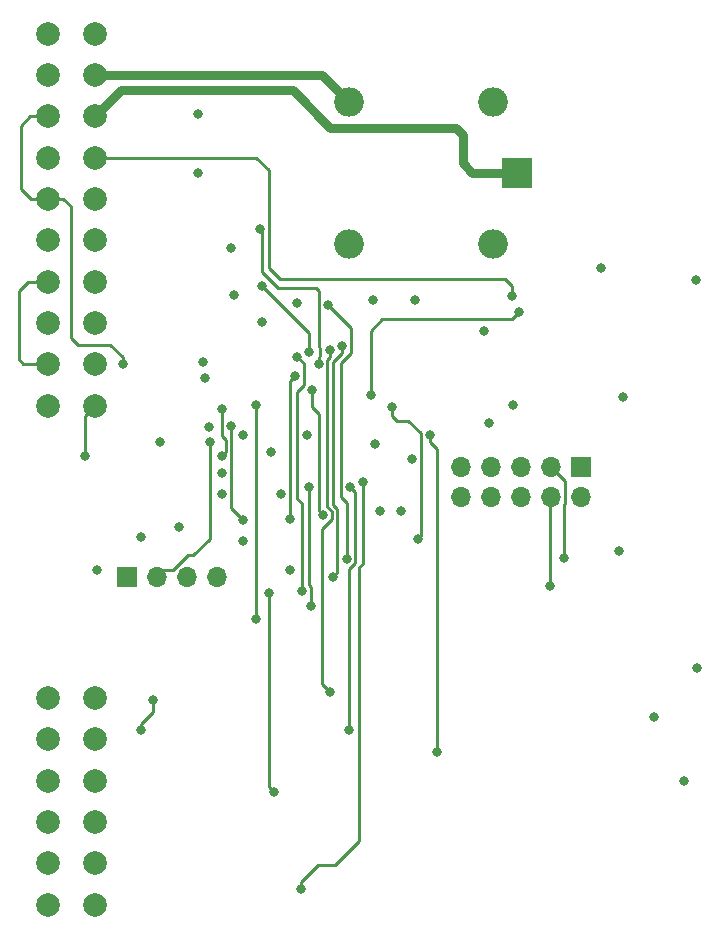
<source format=gbr>
G04 #@! TF.GenerationSoftware,KiCad,Pcbnew,(5.1.5)-3*
G04 #@! TF.CreationDate,2020-05-03T19:08:43+01:00*
G04 #@! TF.ProjectId,Isolator CAN SMT v2,49736f6c-6174-46f7-9220-43414e20534d,rev?*
G04 #@! TF.SameCoordinates,Original*
G04 #@! TF.FileFunction,Copper,L4,Bot*
G04 #@! TF.FilePolarity,Positive*
%FSLAX46Y46*%
G04 Gerber Fmt 4.6, Leading zero omitted, Abs format (unit mm)*
G04 Created by KiCad (PCBNEW (5.1.5)-3) date 2020-05-03 19:08:43*
%MOMM*%
%LPD*%
G04 APERTURE LIST*
%ADD10C,2.000000*%
%ADD11O,2.500000X2.500000*%
%ADD12R,2.500000X2.500000*%
%ADD13O,1.700000X1.700000*%
%ADD14R,1.700000X1.700000*%
%ADD15C,0.800000*%
%ADD16C,0.250000*%
%ADD17C,0.750000*%
G04 APERTURE END LIST*
D10*
X112080000Y-70110000D03*
X112080000Y-59610000D03*
X112080000Y-73610000D03*
X112080000Y-87610000D03*
X112080000Y-63110000D03*
X112080000Y-77110000D03*
X112080000Y-84110000D03*
X112080000Y-91110000D03*
X112080000Y-80610000D03*
X112080000Y-66610000D03*
X108080000Y-63110000D03*
X108080000Y-66610000D03*
X108080000Y-70110000D03*
X108080000Y-73610000D03*
X108080000Y-77110000D03*
X108080000Y-80610000D03*
X108080000Y-84110000D03*
X108080000Y-87610000D03*
X108080000Y-59610000D03*
X108080000Y-91110000D03*
X108080000Y-133380000D03*
X108080000Y-129880000D03*
X108080000Y-126380000D03*
X108080000Y-122880000D03*
X108080000Y-119380000D03*
X108080000Y-115880000D03*
X112080000Y-133380000D03*
X112080000Y-129880000D03*
X112080000Y-126380000D03*
X112080000Y-122880000D03*
X112080000Y-119380000D03*
X112080000Y-115880000D03*
D11*
X145800000Y-77400000D03*
X133600000Y-77400000D03*
X133600000Y-65400000D03*
X145800000Y-65400000D03*
D12*
X147800000Y-71400000D03*
D13*
X122420000Y-105600000D03*
X119880000Y-105600000D03*
X117340000Y-105600000D03*
D14*
X114800000Y-105600000D03*
X153200000Y-96300000D03*
D13*
X153200000Y-98840000D03*
X150660000Y-96300000D03*
X150660000Y-98840000D03*
X148120000Y-96300000D03*
X148120000Y-98840000D03*
X145580000Y-96300000D03*
X145580000Y-98840000D03*
X143040000Y-96300000D03*
X143040000Y-98840000D03*
D15*
X162914500Y-80485500D03*
X154927000Y-79449000D03*
X156800000Y-90400000D03*
X156400000Y-103400000D03*
X163000000Y-113350000D03*
X161912500Y-122912500D03*
X135800000Y-94400000D03*
X145400000Y-92600000D03*
X145000000Y-84800000D03*
X129187500Y-82412500D03*
X123850000Y-81750000D03*
X139200002Y-82200000D03*
X128600000Y-105000000D03*
X112200000Y-105000000D03*
X127800000Y-98600000D03*
X122800000Y-98600000D03*
X136200500Y-100000500D03*
X121400000Y-88800000D03*
X123612500Y-77787500D03*
X120750000Y-66450000D03*
X120750000Y-71450000D03*
X129996000Y-93596000D03*
X121732530Y-92949989D03*
X126200000Y-81000000D03*
X130200008Y-86600000D03*
X138931500Y-95668500D03*
X126200000Y-84000000D03*
X135600002Y-82200000D03*
X124600000Y-102600000D03*
X119200000Y-101400000D03*
X127000000Y-95000000D03*
X122800000Y-96800000D03*
X138000000Y-100000000D03*
X147500000Y-91100000D03*
X121200000Y-87400000D03*
X126800000Y-107000000D03*
X127200000Y-123800000D03*
X131000000Y-87600000D03*
X126000000Y-76200000D03*
X129000000Y-88600000D03*
X128600000Y-100725010D03*
X137200000Y-91200000D03*
X139400000Y-102400000D03*
X125732738Y-91074990D03*
X125732738Y-109200000D03*
X130200000Y-98000000D03*
X130325001Y-108074999D03*
X124600000Y-93600000D03*
X121800000Y-94200002D03*
X131800000Y-82600000D03*
X151800000Y-104000000D03*
X133397990Y-104136441D03*
X129200000Y-87000000D03*
X129600000Y-106800000D03*
X150600000Y-106400000D03*
X130400000Y-89800000D03*
X131400000Y-100400000D03*
X117600000Y-94200000D03*
X133000000Y-86075000D03*
X132200000Y-105600000D03*
X116000000Y-102200000D03*
X132000000Y-86400000D03*
X132000000Y-115400000D03*
X159412500Y-117437500D03*
X140400000Y-93600000D03*
X141000000Y-120400000D03*
X135400000Y-90200000D03*
X148000000Y-83200000D03*
X133675000Y-98000000D03*
X133600000Y-118600000D03*
X134800000Y-97600000D03*
X129510000Y-132000000D03*
X114400000Y-87600000D03*
X123600000Y-92800000D03*
X124600000Y-100800000D03*
X122800000Y-91400000D03*
X122800000Y-95400000D03*
X111200000Y-95400000D03*
X147400000Y-81800000D03*
X116000000Y-118600000D03*
X117000000Y-116000000D03*
D16*
X130200008Y-85000008D02*
X130200008Y-86600000D01*
X126200000Y-81000000D02*
X130200008Y-85000008D01*
X126800000Y-107000000D02*
X126800000Y-123400000D01*
X126800000Y-123400000D02*
X127200000Y-123800000D01*
X131125002Y-86251998D02*
X131125002Y-86909313D01*
X131000000Y-81400000D02*
X131000000Y-86126996D01*
X131125002Y-86909313D02*
X131000000Y-87034315D01*
X126200000Y-76400000D02*
X126200000Y-79800000D01*
X131000000Y-87034315D02*
X131000000Y-87600000D01*
X126000000Y-76200000D02*
X126200000Y-76400000D01*
X126200000Y-79800000D02*
X127549990Y-81149990D01*
X127549990Y-81149990D02*
X130749990Y-81149990D01*
X131000000Y-86126996D02*
X131125002Y-86251998D01*
X130749990Y-81149990D02*
X131000000Y-81400000D01*
X129000000Y-88600000D02*
X128600000Y-89000000D01*
X128600000Y-100159325D02*
X128600000Y-100725010D01*
X128600000Y-89000000D02*
X128600000Y-100159325D01*
X137200000Y-91200000D02*
X137200000Y-92000000D01*
X137200000Y-92000000D02*
X137600000Y-92400000D01*
X137600000Y-92400000D02*
X138600000Y-92400000D01*
X139656501Y-93456501D02*
X139656501Y-102143499D01*
X138600000Y-92400000D02*
X139656501Y-93456501D01*
X139656501Y-102143499D02*
X139400000Y-102400000D01*
X125732738Y-91640675D02*
X125732738Y-91074990D01*
X125732738Y-109200000D02*
X125732738Y-91640675D01*
X130325001Y-106451999D02*
X130325001Y-108074999D01*
X130200000Y-98000000D02*
X130200000Y-106326998D01*
X130200000Y-106326998D02*
X130325001Y-106451999D01*
X121800000Y-102400000D02*
X121800000Y-94200002D01*
X117340000Y-105600000D02*
X117904001Y-105035999D01*
X119940998Y-103800000D02*
X120400000Y-103800000D01*
X117904001Y-105035999D02*
X118704999Y-105035999D01*
X120400000Y-103800000D02*
X121800000Y-102400000D01*
X118704999Y-105035999D02*
X119940998Y-103800000D01*
X151835001Y-97475001D02*
X151509999Y-97149999D01*
X151509999Y-97149999D02*
X150660000Y-96300000D01*
X151835001Y-99404001D02*
X151835001Y-97475001D01*
X151800000Y-99439002D02*
X151835001Y-99404001D01*
X151800000Y-104000000D02*
X151800000Y-99439002D01*
X131800000Y-82600000D02*
X133725001Y-84525001D01*
X133397990Y-103570756D02*
X133397990Y-104136441D01*
X133725001Y-86674999D02*
X132896594Y-87503406D01*
X132896594Y-87503406D02*
X132896594Y-98823590D01*
X133725001Y-84525001D02*
X133725001Y-86674999D01*
X133397990Y-99324986D02*
X133397990Y-103570756D01*
X132896594Y-98823590D02*
X133397990Y-99324986D01*
X150600000Y-98900000D02*
X150660000Y-98840000D01*
X150600000Y-106400000D02*
X150600000Y-98900000D01*
X129725001Y-87525001D02*
X129725001Y-89401997D01*
X129725001Y-89401997D02*
X129200000Y-89926998D01*
X129200000Y-87000000D02*
X129725001Y-87525001D01*
X129600000Y-99400000D02*
X129600000Y-106800000D01*
X129200000Y-89926998D02*
X129200000Y-99000000D01*
X129200000Y-99000000D02*
X129600000Y-99400000D01*
X131000001Y-100000001D02*
X131400000Y-100400000D01*
X131000001Y-91800001D02*
X131000001Y-100000001D01*
X130400000Y-89800000D02*
X130400000Y-91200000D01*
X130400000Y-91200000D02*
X131000001Y-91800001D01*
X133000000Y-86075000D02*
X133000000Y-86640685D01*
X132599999Y-105200001D02*
X132200000Y-105600000D01*
X132200000Y-99490588D02*
X132599999Y-99890587D01*
X132599999Y-99890587D02*
X132599999Y-105200001D01*
X133000000Y-86640685D02*
X132200000Y-87440685D01*
X132200000Y-87440685D02*
X132200000Y-99490588D01*
X132000000Y-115400000D02*
X132000000Y-115400000D01*
X131749989Y-87215696D02*
X132000000Y-86965685D01*
X131274998Y-101598004D02*
X132125001Y-100748001D01*
X132125001Y-100748001D02*
X132125001Y-100051999D01*
X131274998Y-114674998D02*
X131274998Y-101598004D01*
X132000000Y-86965685D02*
X132000000Y-86400000D01*
X132000000Y-115400000D02*
X131274998Y-114674998D01*
X131749989Y-99676987D02*
X131749989Y-87215696D01*
X132125001Y-100051999D02*
X131749989Y-99676987D01*
X140400000Y-94165685D02*
X141000000Y-94765685D01*
X140400000Y-93600000D02*
X140400000Y-94165685D01*
X141000000Y-94765685D02*
X141000000Y-120400000D01*
X141000000Y-120400000D02*
X141000000Y-120400000D01*
X135400000Y-90200000D02*
X135400000Y-86200000D01*
X135400000Y-86200000D02*
X135400000Y-84800000D01*
X135400000Y-84800000D02*
X136400000Y-83800000D01*
X136400000Y-83800000D02*
X147400000Y-83800000D01*
X147400000Y-83800000D02*
X148000000Y-83200000D01*
X134122992Y-104453762D02*
X134122992Y-98447992D01*
X134122992Y-98447992D02*
X133675000Y-98000000D01*
X133600000Y-118600000D02*
X133600000Y-104976754D01*
X133600000Y-104976754D02*
X134122992Y-104453762D01*
X134800000Y-104443846D02*
X134800000Y-98165685D01*
X134800000Y-98165685D02*
X134800000Y-97600000D01*
X134400001Y-104843845D02*
X134800000Y-104443846D01*
X134400000Y-128000000D02*
X134400001Y-104843845D01*
X129510000Y-131434315D02*
X130944315Y-130000000D01*
X129510000Y-132000000D02*
X129510000Y-131434315D01*
X132400000Y-130000000D02*
X134400000Y-128000000D01*
X130944315Y-130000000D02*
X132400000Y-130000000D01*
X114400000Y-87034315D02*
X113365685Y-86000000D01*
X114400000Y-87600000D02*
X114400000Y-87034315D01*
X113365685Y-86000000D02*
X110600000Y-86000000D01*
X110600000Y-86000000D02*
X110000000Y-85400000D01*
X110000000Y-85400000D02*
X110000000Y-74200000D01*
X110000000Y-74200000D02*
X109400000Y-73600000D01*
X109390000Y-73610000D02*
X108080000Y-73610000D01*
X109400000Y-73600000D02*
X109390000Y-73610000D01*
X106665787Y-73610000D02*
X105800000Y-72744213D01*
X108080000Y-73610000D02*
X106665787Y-73610000D01*
X105800000Y-72744213D02*
X105800000Y-67400000D01*
X106590000Y-66610000D02*
X108080000Y-66610000D01*
X105800000Y-67400000D02*
X106590000Y-66610000D01*
X108080000Y-87610000D02*
X106010000Y-87610000D01*
X106010000Y-87610000D02*
X105600000Y-87200000D01*
X105600000Y-87200000D02*
X105600000Y-81400000D01*
X106390000Y-80610000D02*
X108080000Y-80610000D01*
X105600000Y-81400000D02*
X106390000Y-80610000D01*
X123600000Y-92800000D02*
X123600000Y-99800000D01*
X123600000Y-99800000D02*
X124600000Y-100800000D01*
X123125001Y-95074999D02*
X123125001Y-94051999D01*
X122800000Y-95400000D02*
X123125001Y-95074999D01*
X123125001Y-94051999D02*
X122800000Y-93726998D01*
X122800000Y-93726998D02*
X122800000Y-91965685D01*
X122800000Y-91965685D02*
X122800000Y-91400000D01*
D17*
X128800000Y-64400000D02*
X114290000Y-64400000D01*
X144000000Y-71400000D02*
X143200000Y-70600000D01*
X147800000Y-71400000D02*
X144000000Y-71400000D01*
X143200000Y-70600000D02*
X143200000Y-68200000D01*
X132000000Y-67600000D02*
X128800000Y-64400000D01*
X143200000Y-68200000D02*
X142600000Y-67600000D01*
X114290000Y-64400000D02*
X112080000Y-66610000D01*
X142600000Y-67600000D02*
X132000000Y-67600000D01*
X131310000Y-63110000D02*
X112080000Y-63110000D01*
X133600000Y-65400000D02*
X131310000Y-63110000D01*
D16*
X111200000Y-91990000D02*
X112080000Y-91110000D01*
X111200000Y-95400000D02*
X111200000Y-91990000D01*
X147400000Y-81000000D02*
X147400000Y-81800000D01*
X146800000Y-80400000D02*
X147400000Y-81000000D01*
X125710000Y-70110000D02*
X126800000Y-71200000D01*
X126800000Y-71200000D02*
X126800000Y-79500000D01*
X112080000Y-70110000D02*
X125710000Y-70110000D01*
X126800000Y-79500000D02*
X127700000Y-80400000D01*
X127700000Y-80400000D02*
X146800000Y-80400000D01*
X116000000Y-118034315D02*
X117000000Y-117034315D01*
X116000000Y-118600000D02*
X116000000Y-118034315D01*
X117000000Y-117034315D02*
X117000000Y-116000000D01*
M02*

</source>
